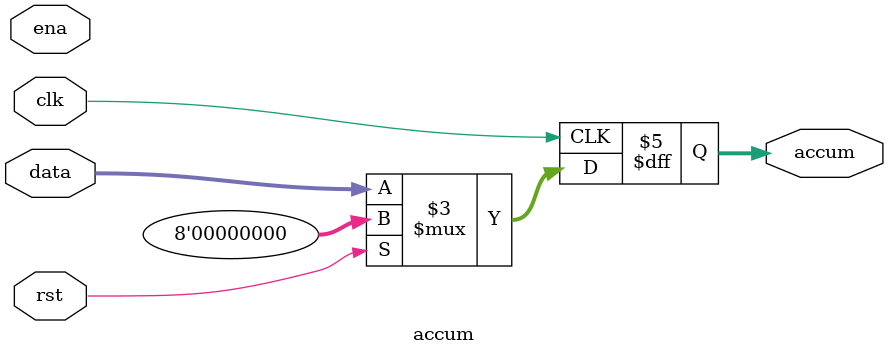
<source format=v>
module accum (
	input clk,    // Clock
	input rst,    // Asynchronous reset active high
	input ena,
	input [7:0] data,

	output reg [7:0] accum
);
	always @(posedge clk) begin : proc_accum
		if(rst) begin
			accum <= 8'b0000_0000;
		end else begin
			accum <= data;
		end
	end

endmodule
</source>
